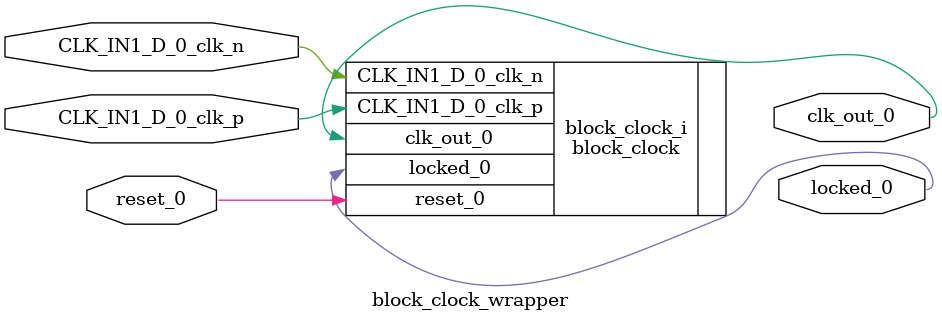
<source format=v>
`timescale 1 ps / 1 ps

module block_clock_wrapper
   (CLK_IN1_D_0_clk_n,
    CLK_IN1_D_0_clk_p,
    clk_out_0,
    locked_0,
    reset_0);
  input CLK_IN1_D_0_clk_n;
  input CLK_IN1_D_0_clk_p;
  output clk_out_0;
  output locked_0;
  input reset_0;

  wire CLK_IN1_D_0_clk_n;
  wire CLK_IN1_D_0_clk_p;
  wire clk_out_0;
  wire locked_0;
  wire reset_0;

  block_clock block_clock_i
       (.CLK_IN1_D_0_clk_n(CLK_IN1_D_0_clk_n),
        .CLK_IN1_D_0_clk_p(CLK_IN1_D_0_clk_p),
        .clk_out_0(clk_out_0),
        .locked_0(locked_0),
        .reset_0(reset_0));
endmodule

</source>
